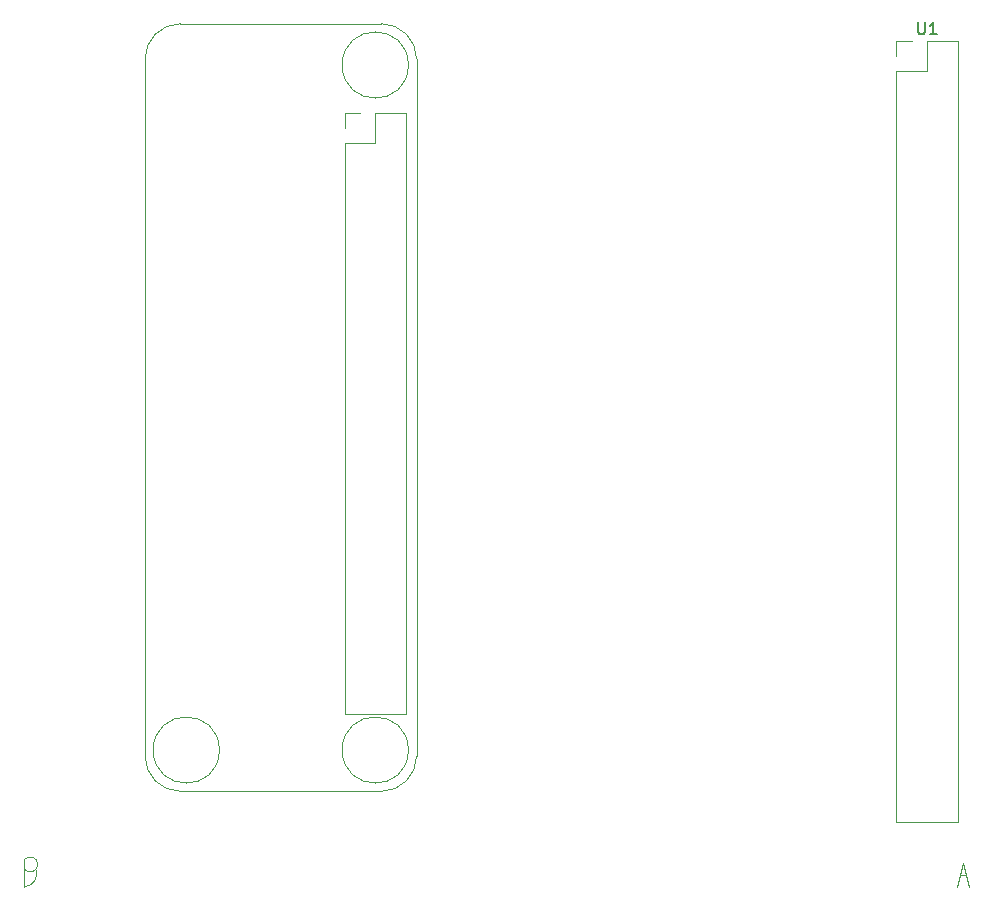
<source format=gbr>
%TF.GenerationSoftware,KiCad,Pcbnew,8.0.0*%
%TF.CreationDate,2024-03-12T09:44:14+01:00*%
%TF.ProjectId,lora,6c6f7261-2e6b-4696-9361-645f70636258,rev?*%
%TF.SameCoordinates,Original*%
%TF.FileFunction,Legend,Top*%
%TF.FilePolarity,Positive*%
%FSLAX46Y46*%
G04 Gerber Fmt 4.6, Leading zero omitted, Abs format (unit mm)*
G04 Created by KiCad (PCBNEW 8.0.0) date 2024-03-12 09:44:14*
%MOMM*%
%LPD*%
G01*
G04 APERTURE LIST*
%ADD10C,0.100000*%
%ADD11C,0.150000*%
%ADD12C,0.120000*%
G04 APERTURE END LIST*
D10*
X90525000Y-39425000D02*
G75*
G02*
X84925000Y-39425000I-2800000J0D01*
G01*
X84925000Y-39425000D02*
G75*
G02*
X90525000Y-39425000I2800000J0D01*
G01*
X71225000Y-100925000D02*
X88225000Y-100925000D01*
X68225000Y-68425000D02*
X68225000Y-38925000D01*
X68225000Y-68425000D02*
X68225000Y-97925000D01*
X137750000Y-108000000D02*
X137250000Y-108000000D01*
X71225000Y-100925000D02*
G75*
G02*
X68225000Y-97925000I0J3000000D01*
G01*
X91225000Y-97925000D02*
G75*
G02*
X88225000Y-100925000I-3000000J0D01*
G01*
X137500000Y-107000000D02*
X138000000Y-109000000D01*
X58000000Y-109000000D02*
X58000000Y-106700000D01*
X91225000Y-38925000D02*
X91225000Y-97925000D01*
X58000000Y-106700000D02*
G75*
G02*
X58047231Y-107552769I500000J-400000D01*
G01*
X90525000Y-97425000D02*
G75*
G02*
X84925000Y-97425000I-2800000J0D01*
G01*
X84925000Y-97425000D02*
G75*
G02*
X90525000Y-97425000I2800000J0D01*
G01*
X71225000Y-35925000D02*
X88225000Y-35925000D01*
X68225000Y-38925000D02*
G75*
G02*
X71225000Y-35925000I3000000J0D01*
G01*
X137000000Y-109000000D02*
X137500000Y-107000000D01*
X59000000Y-107600000D02*
G75*
G02*
X58000000Y-108984751I-1000000J-331300D01*
G01*
X74525000Y-97425000D02*
G75*
G02*
X68925000Y-97425000I-2800000J0D01*
G01*
X68925000Y-97425000D02*
G75*
G02*
X74525000Y-97425000I2800000J0D01*
G01*
X88225000Y-35925000D02*
G75*
G02*
X91225000Y-38925000I0J-3000000D01*
G01*
D11*
X133668095Y-35824819D02*
X133668095Y-36634342D01*
X133668095Y-36634342D02*
X133715714Y-36729580D01*
X133715714Y-36729580D02*
X133763333Y-36777200D01*
X133763333Y-36777200D02*
X133858571Y-36824819D01*
X133858571Y-36824819D02*
X134049047Y-36824819D01*
X134049047Y-36824819D02*
X134144285Y-36777200D01*
X134144285Y-36777200D02*
X134191904Y-36729580D01*
X134191904Y-36729580D02*
X134239523Y-36634342D01*
X134239523Y-36634342D02*
X134239523Y-35824819D01*
X135239523Y-36824819D02*
X134668095Y-36824819D01*
X134953809Y-36824819D02*
X134953809Y-35824819D01*
X134953809Y-35824819D02*
X134858571Y-35967676D01*
X134858571Y-35967676D02*
X134763333Y-36062914D01*
X134763333Y-36062914D02*
X134668095Y-36110533D01*
D12*
%TO.C,U2*%
X90330000Y-43450000D02*
X90330000Y-94370000D01*
X87730000Y-46050000D02*
X87730000Y-43450000D01*
X87730000Y-43450000D02*
X90330000Y-43450000D01*
X85130000Y-94370000D02*
X90330000Y-94370000D01*
X85130000Y-46050000D02*
X87730000Y-46050000D01*
X85130000Y-46050000D02*
X85130000Y-94370000D01*
X85130000Y-44780000D02*
X85130000Y-43450000D01*
X85130000Y-43450000D02*
X86460000Y-43450000D01*
%TO.C,U1*%
X131830000Y-37370000D02*
X133160000Y-37370000D01*
X131830000Y-38700000D02*
X131830000Y-37370000D01*
X131830000Y-39970000D02*
X131830000Y-103530000D01*
X131830000Y-39970000D02*
X134430000Y-39970000D01*
X131830000Y-103530000D02*
X137030000Y-103530000D01*
X134430000Y-37370000D02*
X137030000Y-37370000D01*
X134430000Y-39970000D02*
X134430000Y-37370000D01*
X137030000Y-37370000D02*
X137030000Y-103530000D01*
%TD*%
M02*

</source>
